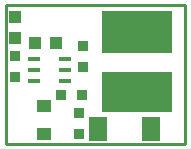
<source format=gbr>
G04 #@! TF.FileFunction,Paste,Top*
%FSLAX46Y46*%
G04 Gerber Fmt 4.6, Leading zero omitted, Abs format (unit mm)*
G04 Created by KiCad (PCBNEW no-vcs-found-product) date 17.07.2015 (пт) 14,57,28 EEST*
%MOMM*%
G01*
G04 APERTURE LIST*
%ADD10C,0.100000*%
%ADD11C,0.254000*%
%ADD12R,1.060000X1.030000*%
%ADD13R,1.016000X1.016000*%
%ADD14R,0.914400X0.914400*%
%ADD15R,1.498400X1.998400*%
%ADD16R,1.098400X0.448400*%
%ADD17R,1.300000X1.050000*%
%ADD18R,5.969000X3.556000*%
%ADD19R,5.969000X3.429000*%
G04 APERTURE END LIST*
D10*
D11*
X39700000Y-36500000D02*
X39700000Y-24750000D01*
X35941000Y-36500000D02*
X39700000Y-36500000D01*
X35941000Y-24750000D02*
X39700000Y-24750000D01*
X35941000Y-36500000D02*
X24511000Y-36500000D01*
X24511000Y-24750000D02*
X35941000Y-24750000D01*
X24511000Y-36500000D02*
X24511000Y-24750000D01*
D12*
X25273000Y-25781000D03*
X25273000Y-27559000D03*
D13*
X26924000Y-27940000D03*
X28702000Y-27940000D03*
D14*
X30670500Y-35623500D03*
X30670500Y-33845500D03*
X30924500Y-32385000D03*
X29146500Y-32385000D03*
X25273000Y-30861000D03*
X25273000Y-29083000D03*
D15*
X36794000Y-35227260D03*
X32294000Y-35232340D03*
D14*
X31000000Y-28194000D03*
X31000000Y-29972000D03*
D16*
X29494000Y-31176000D03*
X29494000Y-30226000D03*
X29494000Y-29276000D03*
X26894000Y-29276000D03*
X26894000Y-30226000D03*
X26894000Y-31176000D03*
D17*
X27686000Y-35633000D03*
X27686000Y-33328000D03*
D18*
X35600000Y-27000200D03*
D19*
X35600000Y-32080200D03*
M02*

</source>
